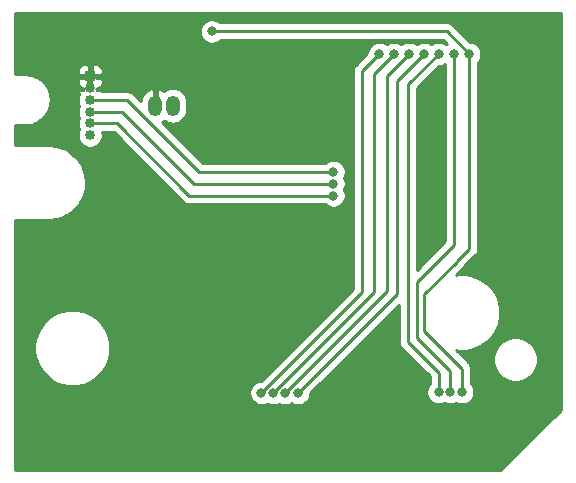
<source format=gbr>
G04 #@! TF.GenerationSoftware,KiCad,Pcbnew,5.1.8*
G04 #@! TF.CreationDate,2020-11-29T11:20:09+01:00*
G04 #@! TF.ProjectId,mssculpt,6d737363-756c-4707-942e-6b696361645f,rev?*
G04 #@! TF.SameCoordinates,Original*
G04 #@! TF.FileFunction,Copper,L2,Bot*
G04 #@! TF.FilePolarity,Positive*
%FSLAX46Y46*%
G04 Gerber Fmt 4.6, Leading zero omitted, Abs format (unit mm)*
G04 Created by KiCad (PCBNEW 5.1.8) date 2020-11-29 11:20:09*
%MOMM*%
%LPD*%
G01*
G04 APERTURE LIST*
G04 #@! TA.AperFunction,ComponentPad*
%ADD10O,1.200000X1.750000*%
G04 #@! TD*
G04 #@! TA.AperFunction,ComponentPad*
%ADD11R,0.850000X0.850000*%
G04 #@! TD*
G04 #@! TA.AperFunction,ComponentPad*
%ADD12O,0.850000X0.850000*%
G04 #@! TD*
G04 #@! TA.AperFunction,ViaPad*
%ADD13C,0.800000*%
G04 #@! TD*
G04 #@! TA.AperFunction,Conductor*
%ADD14C,0.500000*%
G04 #@! TD*
G04 #@! TA.AperFunction,Conductor*
%ADD15C,0.250000*%
G04 #@! TD*
G04 #@! TA.AperFunction,Conductor*
%ADD16C,0.254000*%
G04 #@! TD*
G04 #@! TA.AperFunction,Conductor*
%ADD17C,0.100000*%
G04 #@! TD*
G04 APERTURE END LIST*
D10*
X162500000Y-88500000D03*
X164000000Y-88500000D03*
D11*
X157000000Y-86000000D03*
D12*
X157000000Y-87000000D03*
X157000000Y-88000000D03*
X157000000Y-89000000D03*
X157000000Y-90000000D03*
X157000000Y-91000000D03*
D13*
X152000000Y-82000000D03*
X154000000Y-82000000D03*
X156000000Y-82000000D03*
X158000000Y-82000000D03*
X160000000Y-82000000D03*
X162000000Y-82000000D03*
X164000000Y-82000000D03*
X152000000Y-84000000D03*
X154000000Y-84000000D03*
X160000000Y-84000000D03*
X162000000Y-84000000D03*
X164000000Y-84000000D03*
X154000000Y-86000000D03*
X154000000Y-88000000D03*
X154000000Y-90000000D03*
X152000000Y-99000000D03*
X154000000Y-99000000D03*
X154000000Y-101000000D03*
X152000000Y-101000000D03*
X152000000Y-103000000D03*
X154000000Y-103000000D03*
X154000000Y-105000000D03*
X152000000Y-105000000D03*
X152000000Y-107000000D03*
X156000000Y-105000000D03*
X156000000Y-103000000D03*
X156000000Y-101000000D03*
X156000000Y-99000000D03*
X158000000Y-99000000D03*
X158000000Y-101000000D03*
X158000000Y-103000000D03*
X158000000Y-105000000D03*
X158000000Y-97000000D03*
X158000000Y-95000000D03*
X158000000Y-93000000D03*
X160000000Y-93000000D03*
X160000000Y-95000000D03*
X160000000Y-97000000D03*
X160000000Y-99000000D03*
X160000000Y-101000000D03*
X160000000Y-103000000D03*
X160000000Y-105000000D03*
X160000000Y-107000000D03*
X160000000Y-109000000D03*
X160000000Y-111000000D03*
X152000000Y-109000000D03*
X152000000Y-111000000D03*
X152000000Y-113000000D03*
X154000000Y-113000000D03*
X156000000Y-113000000D03*
X158000000Y-113000000D03*
X152000000Y-115000000D03*
X152000000Y-117000000D03*
X154000000Y-117000000D03*
X154000000Y-115000000D03*
X174000000Y-103000000D03*
X172000000Y-103000000D03*
X172000000Y-105000000D03*
X174000000Y-105000000D03*
X174000000Y-107000000D03*
X172000000Y-107000000D03*
X172000000Y-109000000D03*
X172000000Y-99000000D03*
X174000000Y-99000000D03*
X196500000Y-102000000D03*
X195000000Y-102000000D03*
X195000000Y-104000000D03*
X196500000Y-104000000D03*
X196500000Y-106000000D03*
X195000000Y-106000000D03*
X196500000Y-108000000D03*
X196500000Y-110000000D03*
X196500000Y-112000000D03*
X195000000Y-114000000D03*
X193000000Y-114000000D03*
X191000000Y-114000000D03*
X193000000Y-102000000D03*
X193000000Y-104000000D03*
X193000000Y-106000000D03*
X196000000Y-85000000D03*
X194000000Y-85000000D03*
X192000000Y-85000000D03*
X192000000Y-87000000D03*
X194000000Y-87000000D03*
X196000000Y-87000000D03*
X196000000Y-89000000D03*
X194000000Y-89000000D03*
X192000000Y-89000000D03*
X192000000Y-91000000D03*
X194000000Y-91000000D03*
X196000000Y-91000000D03*
X196000000Y-93000000D03*
X194000000Y-93000000D03*
X192000000Y-93000000D03*
X192000000Y-95000000D03*
X194000000Y-95000000D03*
X196000000Y-95000000D03*
X196000000Y-97000000D03*
X194000000Y-97000000D03*
X192000000Y-97000000D03*
X186000000Y-88000000D03*
X186000000Y-90000000D03*
X186000000Y-92000000D03*
X178000000Y-85000000D03*
X178000000Y-87000000D03*
X178000000Y-89000000D03*
X178000000Y-91000000D03*
X168000000Y-87000000D03*
X170000000Y-87000000D03*
X168000000Y-89000000D03*
X172000000Y-101000000D03*
X174000000Y-101000000D03*
X172000000Y-111000000D03*
X174000000Y-109000000D03*
X171500000Y-112800000D03*
X181500000Y-84100000D03*
X182700000Y-84100000D03*
X172512660Y-112812660D03*
X184000000Y-84100000D03*
X173519035Y-112806285D03*
X185300000Y-84100000D03*
X174612660Y-112812660D03*
X186500000Y-112750000D03*
X186500000Y-84100000D03*
X187500000Y-112750000D03*
X187800000Y-84100000D03*
X188500000Y-112750000D03*
X189100000Y-84100000D03*
X167300000Y-82200000D03*
X177600000Y-94100000D03*
X177600000Y-95100000D03*
X177600000Y-96100000D03*
D14*
X157000000Y-86000000D02*
X157000000Y-87000000D01*
D15*
X180000000Y-85600000D02*
X181500000Y-84100000D01*
X180000000Y-104300000D02*
X180000000Y-85600000D01*
X171500000Y-112800000D02*
X180000000Y-104300000D01*
X181000000Y-104300000D02*
X172512660Y-112787340D01*
X172512660Y-112787340D02*
X172512660Y-112812660D01*
X181000000Y-85800000D02*
X181000000Y-104300000D01*
X182700000Y-84100000D02*
X181000000Y-85800000D01*
X182100000Y-86000000D02*
X182100000Y-104225320D01*
X184000000Y-84100000D02*
X182100000Y-86000000D01*
X182100000Y-104225320D02*
X173519035Y-112806285D01*
X183000000Y-104425320D02*
X174612660Y-112812660D01*
X183000000Y-86400000D02*
X183000000Y-104425320D01*
X185300000Y-84100000D02*
X183000000Y-86400000D01*
X183900000Y-86700000D02*
X186500000Y-84100000D01*
X183900000Y-108500000D02*
X183900000Y-86700000D01*
X186500000Y-111100000D02*
X183900000Y-108500000D01*
X186500000Y-112750000D02*
X186500000Y-111100000D01*
X184700000Y-103400000D02*
X187800000Y-100300000D01*
X187500000Y-111000000D02*
X184700000Y-108200000D01*
X187500000Y-112750000D02*
X187500000Y-111000000D01*
X187800000Y-100300000D02*
X187800000Y-84100000D01*
X184700000Y-108200000D02*
X184700000Y-103400000D01*
X185274999Y-104451999D02*
X188026998Y-101700000D01*
X185274999Y-107548001D02*
X185274999Y-104451999D01*
X188500000Y-110773002D02*
X185274999Y-107548001D01*
X188500000Y-112750000D02*
X188500000Y-110773002D01*
X188026998Y-101700000D02*
X188026998Y-101673002D01*
X189100000Y-100600000D02*
X189100000Y-84100000D01*
X188026998Y-101673002D02*
X189100000Y-100600000D01*
X187200000Y-82200000D02*
X189100000Y-84100000D01*
X167300000Y-82200000D02*
X187200000Y-82200000D01*
X166218205Y-94100000D02*
X177600000Y-94100000D01*
X160118205Y-88000000D02*
X166218205Y-94100000D01*
X157000000Y-88000000D02*
X160118205Y-88000000D01*
X165800000Y-95100000D02*
X177600000Y-95100000D01*
X159700000Y-89000000D02*
X165800000Y-95100000D01*
X157000000Y-89000000D02*
X159700000Y-89000000D01*
X165400000Y-96100000D02*
X177600000Y-96100000D01*
X159300000Y-90000000D02*
X165400000Y-96100000D01*
X157000000Y-90000000D02*
X159300000Y-90000000D01*
D16*
X196840001Y-99967572D02*
X196840000Y-99967582D01*
X196840001Y-114226618D01*
X191726620Y-119340000D01*
X150660000Y-119340000D01*
X150660000Y-108682168D01*
X152273000Y-108682168D01*
X152273000Y-109317832D01*
X152397012Y-109941281D01*
X152640270Y-110528558D01*
X152993425Y-111057093D01*
X153442907Y-111506575D01*
X153971442Y-111859730D01*
X154558719Y-112102988D01*
X155182168Y-112227000D01*
X155817832Y-112227000D01*
X156441281Y-112102988D01*
X157028558Y-111859730D01*
X157557093Y-111506575D01*
X158006575Y-111057093D01*
X158359730Y-110528558D01*
X158602988Y-109941281D01*
X158727000Y-109317832D01*
X158727000Y-108682168D01*
X158602988Y-108058719D01*
X158359730Y-107471442D01*
X158006575Y-106942907D01*
X157557093Y-106493425D01*
X157028558Y-106140270D01*
X156441281Y-105897012D01*
X155817832Y-105773000D01*
X155182168Y-105773000D01*
X154558719Y-105897012D01*
X153971442Y-106140270D01*
X153442907Y-106493425D01*
X152993425Y-106942907D01*
X152640270Y-107471442D01*
X152397012Y-108058719D01*
X152273000Y-108682168D01*
X150660000Y-108682168D01*
X150660000Y-98160000D01*
X153532419Y-98160000D01*
X153534718Y-98159774D01*
X153539519Y-98159740D01*
X153569333Y-98156606D01*
X153599309Y-98156606D01*
X153608474Y-98155643D01*
X154093348Y-98101256D01*
X154151863Y-98088818D01*
X154210540Y-98077200D01*
X154219343Y-98074475D01*
X154684419Y-97926944D01*
X154739391Y-97903383D01*
X154794706Y-97880584D01*
X154802812Y-97876201D01*
X155230374Y-97641147D01*
X155279736Y-97607348D01*
X155329558Y-97574247D01*
X155336658Y-97568373D01*
X155710423Y-97254747D01*
X155752286Y-97211997D01*
X155794721Y-97169858D01*
X155800545Y-97162717D01*
X156106274Y-96782467D01*
X156139034Y-96732404D01*
X156172479Y-96682820D01*
X156176805Y-96674683D01*
X156402854Y-96242291D01*
X156425250Y-96186859D01*
X156448444Y-96131683D01*
X156451107Y-96122861D01*
X156588865Y-95654798D01*
X156600066Y-95596079D01*
X156612103Y-95537442D01*
X156613002Y-95528271D01*
X156657223Y-95042365D01*
X156656805Y-94982547D01*
X156657223Y-94922730D01*
X156656323Y-94913558D01*
X156605322Y-94428316D01*
X156593302Y-94369760D01*
X156582086Y-94310959D01*
X156579422Y-94302138D01*
X156435142Y-93836044D01*
X156411954Y-93780881D01*
X156389552Y-93725435D01*
X156385226Y-93717299D01*
X156153162Y-93288106D01*
X156119729Y-93238539D01*
X156086958Y-93188460D01*
X156081134Y-93181319D01*
X155770125Y-92805374D01*
X155727708Y-92763252D01*
X155685826Y-92720483D01*
X155678725Y-92714610D01*
X155300618Y-92406233D01*
X155250809Y-92373141D01*
X155201437Y-92339334D01*
X155193331Y-92334952D01*
X154762527Y-92105890D01*
X154707233Y-92083099D01*
X154652240Y-92059529D01*
X154643437Y-92056804D01*
X154176347Y-91915781D01*
X154117653Y-91904159D01*
X154059156Y-91891725D01*
X154049991Y-91890762D01*
X153564405Y-91843150D01*
X153564402Y-91843150D01*
X153532419Y-91840000D01*
X150660000Y-91840000D01*
X150660000Y-90160000D01*
X151532419Y-90160000D01*
X151565884Y-90156704D01*
X151585349Y-90156704D01*
X151594514Y-90155741D01*
X151885438Y-90123108D01*
X151943941Y-90110672D01*
X152002629Y-90099052D01*
X152011432Y-90096327D01*
X152290476Y-90007809D01*
X152345412Y-89984263D01*
X152400764Y-89961449D01*
X152408870Y-89957065D01*
X152665408Y-89816032D01*
X152714753Y-89782245D01*
X152764591Y-89749133D01*
X152771691Y-89743259D01*
X152995949Y-89555084D01*
X153037793Y-89512354D01*
X153080248Y-89470195D01*
X153086072Y-89463053D01*
X153269509Y-89234903D01*
X153302251Y-89184869D01*
X153335714Y-89135258D01*
X153340040Y-89127122D01*
X153475670Y-88867687D01*
X153498082Y-88812215D01*
X153521260Y-88757077D01*
X153523923Y-88748255D01*
X153606578Y-88467417D01*
X153617785Y-88408669D01*
X153629816Y-88350059D01*
X153630715Y-88340888D01*
X153657247Y-88049344D01*
X153656829Y-87989528D01*
X153657247Y-87929712D01*
X153656348Y-87920541D01*
X153625748Y-87629395D01*
X153613710Y-87570753D01*
X153602510Y-87512037D01*
X153599847Y-87503216D01*
X153513279Y-87223560D01*
X153490101Y-87168422D01*
X153467689Y-87112950D01*
X153463362Y-87104814D01*
X153324123Y-86847298D01*
X153290701Y-86797749D01*
X153257920Y-86747653D01*
X153252095Y-86740512D01*
X153065490Y-86514945D01*
X153023054Y-86472804D01*
X152981191Y-86430055D01*
X152975081Y-86425000D01*
X155936928Y-86425000D01*
X155949188Y-86549482D01*
X155985498Y-86669180D01*
X155990168Y-86677917D01*
X155980460Y-86709938D01*
X156107743Y-86873000D01*
X156121201Y-86873000D01*
X156123815Y-86876185D01*
X156220506Y-86955537D01*
X156330820Y-87014502D01*
X156450518Y-87050812D01*
X156507969Y-87056470D01*
X156497902Y-87060640D01*
X156398587Y-87127000D01*
X156107743Y-87127000D01*
X155980460Y-87290062D01*
X155991128Y-87325250D01*
X156063994Y-87492882D01*
X156060640Y-87497902D01*
X155980735Y-87690809D01*
X155940000Y-87895599D01*
X155940000Y-88104401D01*
X155980735Y-88309191D01*
X156059771Y-88500000D01*
X155980735Y-88690809D01*
X155940000Y-88895599D01*
X155940000Y-89104401D01*
X155980735Y-89309191D01*
X156059771Y-89500000D01*
X155980735Y-89690809D01*
X155940000Y-89895599D01*
X155940000Y-90104401D01*
X155980735Y-90309191D01*
X156059771Y-90500000D01*
X155980735Y-90690809D01*
X155940000Y-90895599D01*
X155940000Y-91104401D01*
X155980735Y-91309191D01*
X156060640Y-91502098D01*
X156176644Y-91675711D01*
X156324289Y-91823356D01*
X156497902Y-91939360D01*
X156690809Y-92019265D01*
X156895599Y-92060000D01*
X157104401Y-92060000D01*
X157309191Y-92019265D01*
X157502098Y-91939360D01*
X157675711Y-91823356D01*
X157823356Y-91675711D01*
X157939360Y-91502098D01*
X158019265Y-91309191D01*
X158060000Y-91104401D01*
X158060000Y-90895599D01*
X158033028Y-90760000D01*
X158985199Y-90760000D01*
X164836201Y-96611003D01*
X164859999Y-96640001D01*
X164975724Y-96734974D01*
X165107753Y-96805546D01*
X165251014Y-96849003D01*
X165362667Y-96860000D01*
X165362675Y-96860000D01*
X165400000Y-96863676D01*
X165437325Y-96860000D01*
X176896289Y-96860000D01*
X176940226Y-96903937D01*
X177109744Y-97017205D01*
X177298102Y-97095226D01*
X177498061Y-97135000D01*
X177701939Y-97135000D01*
X177901898Y-97095226D01*
X178090256Y-97017205D01*
X178259774Y-96903937D01*
X178403937Y-96759774D01*
X178517205Y-96590256D01*
X178595226Y-96401898D01*
X178635000Y-96201939D01*
X178635000Y-95998061D01*
X178595226Y-95798102D01*
X178517205Y-95609744D01*
X178510694Y-95600000D01*
X178517205Y-95590256D01*
X178595226Y-95401898D01*
X178635000Y-95201939D01*
X178635000Y-94998061D01*
X178595226Y-94798102D01*
X178517205Y-94609744D01*
X178510694Y-94600000D01*
X178517205Y-94590256D01*
X178595226Y-94401898D01*
X178635000Y-94201939D01*
X178635000Y-93998061D01*
X178595226Y-93798102D01*
X178517205Y-93609744D01*
X178403937Y-93440226D01*
X178259774Y-93296063D01*
X178090256Y-93182795D01*
X177901898Y-93104774D01*
X177701939Y-93065000D01*
X177498061Y-93065000D01*
X177298102Y-93104774D01*
X177109744Y-93182795D01*
X176940226Y-93296063D01*
X176896289Y-93340000D01*
X166533007Y-93340000D01*
X163069814Y-89876807D01*
X163080533Y-89872421D01*
X163252089Y-89758854D01*
X163310552Y-89806833D01*
X163525100Y-89921511D01*
X163757899Y-89992130D01*
X164000000Y-90015975D01*
X164242102Y-89992130D01*
X164474901Y-89921511D01*
X164689449Y-89806833D01*
X164877502Y-89652502D01*
X165031833Y-89464449D01*
X165146511Y-89249900D01*
X165217130Y-89017101D01*
X165235000Y-88835664D01*
X165235000Y-88164335D01*
X165217130Y-87982898D01*
X165146511Y-87750099D01*
X165031833Y-87535551D01*
X164877502Y-87347498D01*
X164689448Y-87193167D01*
X164474900Y-87078489D01*
X164242101Y-87007870D01*
X164000000Y-86984025D01*
X163757898Y-87007870D01*
X163525099Y-87078489D01*
X163310551Y-87193167D01*
X163252089Y-87241146D01*
X163080533Y-87127579D01*
X162855282Y-87035409D01*
X162817609Y-87031538D01*
X162627000Y-87156269D01*
X162627000Y-88373000D01*
X162647000Y-88373000D01*
X162647000Y-88627000D01*
X162627000Y-88627000D01*
X162627000Y-88647000D01*
X162373000Y-88647000D01*
X162373000Y-88627000D01*
X162353000Y-88627000D01*
X162353000Y-88373000D01*
X162373000Y-88373000D01*
X162373000Y-87156269D01*
X162182391Y-87031538D01*
X162144718Y-87035409D01*
X161919467Y-87127579D01*
X161716526Y-87261922D01*
X161543693Y-87433275D01*
X161407610Y-87635054D01*
X161313507Y-87859504D01*
X161269395Y-88076389D01*
X160682009Y-87489003D01*
X160658206Y-87459999D01*
X160542481Y-87365026D01*
X160410452Y-87294454D01*
X160267191Y-87250997D01*
X160155538Y-87240000D01*
X160155527Y-87240000D01*
X160118205Y-87236324D01*
X160080883Y-87240000D01*
X157980463Y-87240000D01*
X157892257Y-87127000D01*
X157601413Y-87127000D01*
X157502098Y-87060640D01*
X157492031Y-87056470D01*
X157549482Y-87050812D01*
X157669180Y-87014502D01*
X157779494Y-86955537D01*
X157876185Y-86876185D01*
X157878799Y-86873000D01*
X157892257Y-86873000D01*
X158019540Y-86709938D01*
X158009832Y-86677917D01*
X158014502Y-86669180D01*
X158050812Y-86549482D01*
X158063072Y-86425000D01*
X158060000Y-86285750D01*
X157901250Y-86127000D01*
X157592768Y-86127000D01*
X157483394Y-86056632D01*
X157290064Y-85980453D01*
X157127000Y-86106379D01*
X157127000Y-86147000D01*
X156873000Y-86147000D01*
X156873000Y-86106379D01*
X156709936Y-85980453D01*
X156516606Y-86056632D01*
X156407232Y-86127000D01*
X156098750Y-86127000D01*
X155940000Y-86285750D01*
X155936928Y-86425000D01*
X152975081Y-86425000D01*
X152974091Y-86424181D01*
X152747227Y-86239155D01*
X152697408Y-86206055D01*
X152648045Y-86172256D01*
X152639939Y-86167873D01*
X152381458Y-86030436D01*
X152326164Y-86007645D01*
X152271171Y-85984075D01*
X152262368Y-85981350D01*
X151982114Y-85896736D01*
X151923429Y-85885116D01*
X151864921Y-85872680D01*
X151855758Y-85871717D01*
X151855756Y-85871717D01*
X151564404Y-85843150D01*
X151564402Y-85843150D01*
X151532419Y-85840000D01*
X150660000Y-85840000D01*
X150660000Y-85575000D01*
X155936928Y-85575000D01*
X155940000Y-85714250D01*
X156098750Y-85873000D01*
X156873000Y-85873000D01*
X156873000Y-85098750D01*
X157127000Y-85098750D01*
X157127000Y-85873000D01*
X157901250Y-85873000D01*
X158060000Y-85714250D01*
X158063072Y-85575000D01*
X158050812Y-85450518D01*
X158014502Y-85330820D01*
X157955537Y-85220506D01*
X157876185Y-85123815D01*
X157779494Y-85044463D01*
X157669180Y-84985498D01*
X157549482Y-84949188D01*
X157425000Y-84936928D01*
X157285750Y-84940000D01*
X157127000Y-85098750D01*
X156873000Y-85098750D01*
X156714250Y-84940000D01*
X156575000Y-84936928D01*
X156450518Y-84949188D01*
X156330820Y-84985498D01*
X156220506Y-85044463D01*
X156123815Y-85123815D01*
X156044463Y-85220506D01*
X155985498Y-85330820D01*
X155949188Y-85450518D01*
X155936928Y-85575000D01*
X150660000Y-85575000D01*
X150660000Y-82098061D01*
X166265000Y-82098061D01*
X166265000Y-82301939D01*
X166304774Y-82501898D01*
X166382795Y-82690256D01*
X166496063Y-82859774D01*
X166640226Y-83003937D01*
X166809744Y-83117205D01*
X166998102Y-83195226D01*
X167198061Y-83235000D01*
X167401939Y-83235000D01*
X167601898Y-83195226D01*
X167790256Y-83117205D01*
X167959774Y-83003937D01*
X168003711Y-82960000D01*
X186885199Y-82960000D01*
X187188803Y-83263605D01*
X187150000Y-83289532D01*
X186990256Y-83182795D01*
X186801898Y-83104774D01*
X186601939Y-83065000D01*
X186398061Y-83065000D01*
X186198102Y-83104774D01*
X186009744Y-83182795D01*
X185900000Y-83256123D01*
X185790256Y-83182795D01*
X185601898Y-83104774D01*
X185401939Y-83065000D01*
X185198061Y-83065000D01*
X184998102Y-83104774D01*
X184809744Y-83182795D01*
X184650000Y-83289532D01*
X184490256Y-83182795D01*
X184301898Y-83104774D01*
X184101939Y-83065000D01*
X183898061Y-83065000D01*
X183698102Y-83104774D01*
X183509744Y-83182795D01*
X183350000Y-83289532D01*
X183190256Y-83182795D01*
X183001898Y-83104774D01*
X182801939Y-83065000D01*
X182598061Y-83065000D01*
X182398102Y-83104774D01*
X182209744Y-83182795D01*
X182100000Y-83256123D01*
X181990256Y-83182795D01*
X181801898Y-83104774D01*
X181601939Y-83065000D01*
X181398061Y-83065000D01*
X181198102Y-83104774D01*
X181009744Y-83182795D01*
X180840226Y-83296063D01*
X180696063Y-83440226D01*
X180582795Y-83609744D01*
X180504774Y-83798102D01*
X180465000Y-83998061D01*
X180465000Y-84060198D01*
X179488998Y-85036201D01*
X179460000Y-85059999D01*
X179436202Y-85088997D01*
X179436201Y-85088998D01*
X179365026Y-85175724D01*
X179294454Y-85307754D01*
X179273836Y-85375725D01*
X179251149Y-85450518D01*
X179250998Y-85451015D01*
X179236324Y-85600000D01*
X179240001Y-85637333D01*
X179240000Y-103985198D01*
X171460199Y-111765000D01*
X171398061Y-111765000D01*
X171198102Y-111804774D01*
X171009744Y-111882795D01*
X170840226Y-111996063D01*
X170696063Y-112140226D01*
X170582795Y-112309744D01*
X170504774Y-112498102D01*
X170465000Y-112698061D01*
X170465000Y-112901939D01*
X170504774Y-113101898D01*
X170582795Y-113290256D01*
X170696063Y-113459774D01*
X170840226Y-113603937D01*
X171009744Y-113717205D01*
X171198102Y-113795226D01*
X171398061Y-113835000D01*
X171601939Y-113835000D01*
X171801898Y-113795226D01*
X171990256Y-113717205D01*
X171996856Y-113712795D01*
X172022404Y-113729865D01*
X172210762Y-113807886D01*
X172410721Y-113847660D01*
X172614599Y-113847660D01*
X172814558Y-113807886D01*
X173002916Y-113729865D01*
X173020618Y-113718037D01*
X173028779Y-113723490D01*
X173217137Y-113801511D01*
X173417096Y-113841285D01*
X173620974Y-113841285D01*
X173820933Y-113801511D01*
X174009291Y-113723490D01*
X174061077Y-113688888D01*
X174122404Y-113729865D01*
X174310762Y-113807886D01*
X174510721Y-113847660D01*
X174714599Y-113847660D01*
X174914558Y-113807886D01*
X175102916Y-113729865D01*
X175272434Y-113616597D01*
X175416597Y-113472434D01*
X175529865Y-113302916D01*
X175607886Y-113114558D01*
X175647660Y-112914599D01*
X175647660Y-112852461D01*
X183140000Y-105360122D01*
X183140000Y-108462678D01*
X183136324Y-108500000D01*
X183140000Y-108537322D01*
X183140000Y-108537332D01*
X183150997Y-108648985D01*
X183178606Y-108740001D01*
X183194454Y-108792246D01*
X183265026Y-108924276D01*
X183297362Y-108963677D01*
X183359999Y-109040001D01*
X183389003Y-109063804D01*
X185740001Y-111414803D01*
X185740000Y-112046289D01*
X185696063Y-112090226D01*
X185582795Y-112259744D01*
X185504774Y-112448102D01*
X185465000Y-112648061D01*
X185465000Y-112851939D01*
X185504774Y-113051898D01*
X185582795Y-113240256D01*
X185696063Y-113409774D01*
X185840226Y-113553937D01*
X186009744Y-113667205D01*
X186198102Y-113745226D01*
X186398061Y-113785000D01*
X186601939Y-113785000D01*
X186801898Y-113745226D01*
X186990256Y-113667205D01*
X187000000Y-113660694D01*
X187009744Y-113667205D01*
X187198102Y-113745226D01*
X187398061Y-113785000D01*
X187601939Y-113785000D01*
X187801898Y-113745226D01*
X187990256Y-113667205D01*
X188000000Y-113660694D01*
X188009744Y-113667205D01*
X188198102Y-113745226D01*
X188398061Y-113785000D01*
X188601939Y-113785000D01*
X188801898Y-113745226D01*
X188990256Y-113667205D01*
X189159774Y-113553937D01*
X189303937Y-113409774D01*
X189417205Y-113240256D01*
X189495226Y-113051898D01*
X189535000Y-112851939D01*
X189535000Y-112648061D01*
X189495226Y-112448102D01*
X189417205Y-112259744D01*
X189303937Y-112090226D01*
X189260000Y-112046289D01*
X189260000Y-110810324D01*
X189263676Y-110773001D01*
X189260000Y-110735678D01*
X189260000Y-110735669D01*
X189249003Y-110624016D01*
X189205546Y-110480755D01*
X189194452Y-110459999D01*
X189134974Y-110348725D01*
X189063799Y-110261999D01*
X189040001Y-110233001D01*
X189011003Y-110209203D01*
X188616144Y-109814344D01*
X191115000Y-109814344D01*
X191115000Y-110185656D01*
X191187439Y-110549834D01*
X191329534Y-110892882D01*
X191535825Y-111201618D01*
X191798382Y-111464175D01*
X192107118Y-111670466D01*
X192450166Y-111812561D01*
X192814344Y-111885000D01*
X193185656Y-111885000D01*
X193549834Y-111812561D01*
X193892882Y-111670466D01*
X194201618Y-111464175D01*
X194464175Y-111201618D01*
X194670466Y-110892882D01*
X194812561Y-110549834D01*
X194885000Y-110185656D01*
X194885000Y-109814344D01*
X194812561Y-109450166D01*
X194670466Y-109107118D01*
X194464175Y-108798382D01*
X194201618Y-108535825D01*
X193892882Y-108329534D01*
X193549834Y-108187439D01*
X193185656Y-108115000D01*
X192814344Y-108115000D01*
X192450166Y-108187439D01*
X192107118Y-108329534D01*
X191798382Y-108535825D01*
X191535825Y-108798382D01*
X191329534Y-109107118D01*
X191187439Y-109450166D01*
X191115000Y-109814344D01*
X188616144Y-109814344D01*
X187990718Y-109188918D01*
X188182168Y-109227000D01*
X188817832Y-109227000D01*
X189441281Y-109102988D01*
X190028558Y-108859730D01*
X190557093Y-108506575D01*
X191006575Y-108057093D01*
X191359730Y-107528558D01*
X191602988Y-106941281D01*
X191727000Y-106317832D01*
X191727000Y-105682168D01*
X191602988Y-105058719D01*
X191359730Y-104471442D01*
X191006575Y-103942907D01*
X190557093Y-103493425D01*
X190028558Y-103140270D01*
X189441281Y-102897012D01*
X188817832Y-102773000D01*
X188182168Y-102773000D01*
X187990718Y-102811082D01*
X188538002Y-102263798D01*
X188566999Y-102240001D01*
X188661972Y-102124276D01*
X188675117Y-102099684D01*
X189611004Y-101163798D01*
X189640001Y-101140001D01*
X189701531Y-101065027D01*
X189734974Y-101024277D01*
X189805546Y-100892247D01*
X189821394Y-100840001D01*
X189849003Y-100748986D01*
X189860000Y-100637333D01*
X189860000Y-100637323D01*
X189863676Y-100600000D01*
X189860000Y-100562678D01*
X189860000Y-84803711D01*
X189903937Y-84759774D01*
X190017205Y-84590256D01*
X190095226Y-84401898D01*
X190135000Y-84201939D01*
X190135000Y-83998061D01*
X190095226Y-83798102D01*
X190017205Y-83609744D01*
X189903937Y-83440226D01*
X189759774Y-83296063D01*
X189590256Y-83182795D01*
X189401898Y-83104774D01*
X189201939Y-83065000D01*
X189139802Y-83065000D01*
X187763804Y-81689003D01*
X187740001Y-81659999D01*
X187624276Y-81565026D01*
X187492247Y-81494454D01*
X187348986Y-81450997D01*
X187237333Y-81440000D01*
X187237322Y-81440000D01*
X187200000Y-81436324D01*
X187162678Y-81440000D01*
X168003711Y-81440000D01*
X167959774Y-81396063D01*
X167790256Y-81282795D01*
X167601898Y-81204774D01*
X167401939Y-81165000D01*
X167198061Y-81165000D01*
X166998102Y-81204774D01*
X166809744Y-81282795D01*
X166640226Y-81396063D01*
X166496063Y-81540226D01*
X166382795Y-81709744D01*
X166304774Y-81898102D01*
X166265000Y-82098061D01*
X150660000Y-82098061D01*
X150660000Y-80660000D01*
X196840000Y-80660000D01*
X196840001Y-99967572D01*
G04 #@! TA.AperFunction,Conductor*
D17*
G36*
X196840001Y-99967572D02*
G01*
X196840000Y-99967582D01*
X196840001Y-114226618D01*
X191726620Y-119340000D01*
X150660000Y-119340000D01*
X150660000Y-108682168D01*
X152273000Y-108682168D01*
X152273000Y-109317832D01*
X152397012Y-109941281D01*
X152640270Y-110528558D01*
X152993425Y-111057093D01*
X153442907Y-111506575D01*
X153971442Y-111859730D01*
X154558719Y-112102988D01*
X155182168Y-112227000D01*
X155817832Y-112227000D01*
X156441281Y-112102988D01*
X157028558Y-111859730D01*
X157557093Y-111506575D01*
X158006575Y-111057093D01*
X158359730Y-110528558D01*
X158602988Y-109941281D01*
X158727000Y-109317832D01*
X158727000Y-108682168D01*
X158602988Y-108058719D01*
X158359730Y-107471442D01*
X158006575Y-106942907D01*
X157557093Y-106493425D01*
X157028558Y-106140270D01*
X156441281Y-105897012D01*
X155817832Y-105773000D01*
X155182168Y-105773000D01*
X154558719Y-105897012D01*
X153971442Y-106140270D01*
X153442907Y-106493425D01*
X152993425Y-106942907D01*
X152640270Y-107471442D01*
X152397012Y-108058719D01*
X152273000Y-108682168D01*
X150660000Y-108682168D01*
X150660000Y-98160000D01*
X153532419Y-98160000D01*
X153534718Y-98159774D01*
X153539519Y-98159740D01*
X153569333Y-98156606D01*
X153599309Y-98156606D01*
X153608474Y-98155643D01*
X154093348Y-98101256D01*
X154151863Y-98088818D01*
X154210540Y-98077200D01*
X154219343Y-98074475D01*
X154684419Y-97926944D01*
X154739391Y-97903383D01*
X154794706Y-97880584D01*
X154802812Y-97876201D01*
X155230374Y-97641147D01*
X155279736Y-97607348D01*
X155329558Y-97574247D01*
X155336658Y-97568373D01*
X155710423Y-97254747D01*
X155752286Y-97211997D01*
X155794721Y-97169858D01*
X155800545Y-97162717D01*
X156106274Y-96782467D01*
X156139034Y-96732404D01*
X156172479Y-96682820D01*
X156176805Y-96674683D01*
X156402854Y-96242291D01*
X156425250Y-96186859D01*
X156448444Y-96131683D01*
X156451107Y-96122861D01*
X156588865Y-95654798D01*
X156600066Y-95596079D01*
X156612103Y-95537442D01*
X156613002Y-95528271D01*
X156657223Y-95042365D01*
X156656805Y-94982547D01*
X156657223Y-94922730D01*
X156656323Y-94913558D01*
X156605322Y-94428316D01*
X156593302Y-94369760D01*
X156582086Y-94310959D01*
X156579422Y-94302138D01*
X156435142Y-93836044D01*
X156411954Y-93780881D01*
X156389552Y-93725435D01*
X156385226Y-93717299D01*
X156153162Y-93288106D01*
X156119729Y-93238539D01*
X156086958Y-93188460D01*
X156081134Y-93181319D01*
X155770125Y-92805374D01*
X155727708Y-92763252D01*
X155685826Y-92720483D01*
X155678725Y-92714610D01*
X155300618Y-92406233D01*
X155250809Y-92373141D01*
X155201437Y-92339334D01*
X155193331Y-92334952D01*
X154762527Y-92105890D01*
X154707233Y-92083099D01*
X154652240Y-92059529D01*
X154643437Y-92056804D01*
X154176347Y-91915781D01*
X154117653Y-91904159D01*
X154059156Y-91891725D01*
X154049991Y-91890762D01*
X153564405Y-91843150D01*
X153564402Y-91843150D01*
X153532419Y-91840000D01*
X150660000Y-91840000D01*
X150660000Y-90160000D01*
X151532419Y-90160000D01*
X151565884Y-90156704D01*
X151585349Y-90156704D01*
X151594514Y-90155741D01*
X151885438Y-90123108D01*
X151943941Y-90110672D01*
X152002629Y-90099052D01*
X152011432Y-90096327D01*
X152290476Y-90007809D01*
X152345412Y-89984263D01*
X152400764Y-89961449D01*
X152408870Y-89957065D01*
X152665408Y-89816032D01*
X152714753Y-89782245D01*
X152764591Y-89749133D01*
X152771691Y-89743259D01*
X152995949Y-89555084D01*
X153037793Y-89512354D01*
X153080248Y-89470195D01*
X153086072Y-89463053D01*
X153269509Y-89234903D01*
X153302251Y-89184869D01*
X153335714Y-89135258D01*
X153340040Y-89127122D01*
X153475670Y-88867687D01*
X153498082Y-88812215D01*
X153521260Y-88757077D01*
X153523923Y-88748255D01*
X153606578Y-88467417D01*
X153617785Y-88408669D01*
X153629816Y-88350059D01*
X153630715Y-88340888D01*
X153657247Y-88049344D01*
X153656829Y-87989528D01*
X153657247Y-87929712D01*
X153656348Y-87920541D01*
X153625748Y-87629395D01*
X153613710Y-87570753D01*
X153602510Y-87512037D01*
X153599847Y-87503216D01*
X153513279Y-87223560D01*
X153490101Y-87168422D01*
X153467689Y-87112950D01*
X153463362Y-87104814D01*
X153324123Y-86847298D01*
X153290701Y-86797749D01*
X153257920Y-86747653D01*
X153252095Y-86740512D01*
X153065490Y-86514945D01*
X153023054Y-86472804D01*
X152981191Y-86430055D01*
X152975081Y-86425000D01*
X155936928Y-86425000D01*
X155949188Y-86549482D01*
X155985498Y-86669180D01*
X155990168Y-86677917D01*
X155980460Y-86709938D01*
X156107743Y-86873000D01*
X156121201Y-86873000D01*
X156123815Y-86876185D01*
X156220506Y-86955537D01*
X156330820Y-87014502D01*
X156450518Y-87050812D01*
X156507969Y-87056470D01*
X156497902Y-87060640D01*
X156398587Y-87127000D01*
X156107743Y-87127000D01*
X155980460Y-87290062D01*
X155991128Y-87325250D01*
X156063994Y-87492882D01*
X156060640Y-87497902D01*
X155980735Y-87690809D01*
X155940000Y-87895599D01*
X155940000Y-88104401D01*
X155980735Y-88309191D01*
X156059771Y-88500000D01*
X155980735Y-88690809D01*
X155940000Y-88895599D01*
X155940000Y-89104401D01*
X155980735Y-89309191D01*
X156059771Y-89500000D01*
X155980735Y-89690809D01*
X155940000Y-89895599D01*
X155940000Y-90104401D01*
X155980735Y-90309191D01*
X156059771Y-90500000D01*
X155980735Y-90690809D01*
X155940000Y-90895599D01*
X155940000Y-91104401D01*
X155980735Y-91309191D01*
X156060640Y-91502098D01*
X156176644Y-91675711D01*
X156324289Y-91823356D01*
X156497902Y-91939360D01*
X156690809Y-92019265D01*
X156895599Y-92060000D01*
X157104401Y-92060000D01*
X157309191Y-92019265D01*
X157502098Y-91939360D01*
X157675711Y-91823356D01*
X157823356Y-91675711D01*
X157939360Y-91502098D01*
X158019265Y-91309191D01*
X158060000Y-91104401D01*
X158060000Y-90895599D01*
X158033028Y-90760000D01*
X158985199Y-90760000D01*
X164836201Y-96611003D01*
X164859999Y-96640001D01*
X164975724Y-96734974D01*
X165107753Y-96805546D01*
X165251014Y-96849003D01*
X165362667Y-96860000D01*
X165362675Y-96860000D01*
X165400000Y-96863676D01*
X165437325Y-96860000D01*
X176896289Y-96860000D01*
X176940226Y-96903937D01*
X177109744Y-97017205D01*
X177298102Y-97095226D01*
X177498061Y-97135000D01*
X177701939Y-97135000D01*
X177901898Y-97095226D01*
X178090256Y-97017205D01*
X178259774Y-96903937D01*
X178403937Y-96759774D01*
X178517205Y-96590256D01*
X178595226Y-96401898D01*
X178635000Y-96201939D01*
X178635000Y-95998061D01*
X178595226Y-95798102D01*
X178517205Y-95609744D01*
X178510694Y-95600000D01*
X178517205Y-95590256D01*
X178595226Y-95401898D01*
X178635000Y-95201939D01*
X178635000Y-94998061D01*
X178595226Y-94798102D01*
X178517205Y-94609744D01*
X178510694Y-94600000D01*
X178517205Y-94590256D01*
X178595226Y-94401898D01*
X178635000Y-94201939D01*
X178635000Y-93998061D01*
X178595226Y-93798102D01*
X178517205Y-93609744D01*
X178403937Y-93440226D01*
X178259774Y-93296063D01*
X178090256Y-93182795D01*
X177901898Y-93104774D01*
X177701939Y-93065000D01*
X177498061Y-93065000D01*
X177298102Y-93104774D01*
X177109744Y-93182795D01*
X176940226Y-93296063D01*
X176896289Y-93340000D01*
X166533007Y-93340000D01*
X163069814Y-89876807D01*
X163080533Y-89872421D01*
X163252089Y-89758854D01*
X163310552Y-89806833D01*
X163525100Y-89921511D01*
X163757899Y-89992130D01*
X164000000Y-90015975D01*
X164242102Y-89992130D01*
X164474901Y-89921511D01*
X164689449Y-89806833D01*
X164877502Y-89652502D01*
X165031833Y-89464449D01*
X165146511Y-89249900D01*
X165217130Y-89017101D01*
X165235000Y-88835664D01*
X165235000Y-88164335D01*
X165217130Y-87982898D01*
X165146511Y-87750099D01*
X165031833Y-87535551D01*
X164877502Y-87347498D01*
X164689448Y-87193167D01*
X164474900Y-87078489D01*
X164242101Y-87007870D01*
X164000000Y-86984025D01*
X163757898Y-87007870D01*
X163525099Y-87078489D01*
X163310551Y-87193167D01*
X163252089Y-87241146D01*
X163080533Y-87127579D01*
X162855282Y-87035409D01*
X162817609Y-87031538D01*
X162627000Y-87156269D01*
X162627000Y-88373000D01*
X162647000Y-88373000D01*
X162647000Y-88627000D01*
X162627000Y-88627000D01*
X162627000Y-88647000D01*
X162373000Y-88647000D01*
X162373000Y-88627000D01*
X162353000Y-88627000D01*
X162353000Y-88373000D01*
X162373000Y-88373000D01*
X162373000Y-87156269D01*
X162182391Y-87031538D01*
X162144718Y-87035409D01*
X161919467Y-87127579D01*
X161716526Y-87261922D01*
X161543693Y-87433275D01*
X161407610Y-87635054D01*
X161313507Y-87859504D01*
X161269395Y-88076389D01*
X160682009Y-87489003D01*
X160658206Y-87459999D01*
X160542481Y-87365026D01*
X160410452Y-87294454D01*
X160267191Y-87250997D01*
X160155538Y-87240000D01*
X160155527Y-87240000D01*
X160118205Y-87236324D01*
X160080883Y-87240000D01*
X157980463Y-87240000D01*
X157892257Y-87127000D01*
X157601413Y-87127000D01*
X157502098Y-87060640D01*
X157492031Y-87056470D01*
X157549482Y-87050812D01*
X157669180Y-87014502D01*
X157779494Y-86955537D01*
X157876185Y-86876185D01*
X157878799Y-86873000D01*
X157892257Y-86873000D01*
X158019540Y-86709938D01*
X158009832Y-86677917D01*
X158014502Y-86669180D01*
X158050812Y-86549482D01*
X158063072Y-86425000D01*
X158060000Y-86285750D01*
X157901250Y-86127000D01*
X157592768Y-86127000D01*
X157483394Y-86056632D01*
X157290064Y-85980453D01*
X157127000Y-86106379D01*
X157127000Y-86147000D01*
X156873000Y-86147000D01*
X156873000Y-86106379D01*
X156709936Y-85980453D01*
X156516606Y-86056632D01*
X156407232Y-86127000D01*
X156098750Y-86127000D01*
X155940000Y-86285750D01*
X155936928Y-86425000D01*
X152975081Y-86425000D01*
X152974091Y-86424181D01*
X152747227Y-86239155D01*
X152697408Y-86206055D01*
X152648045Y-86172256D01*
X152639939Y-86167873D01*
X152381458Y-86030436D01*
X152326164Y-86007645D01*
X152271171Y-85984075D01*
X152262368Y-85981350D01*
X151982114Y-85896736D01*
X151923429Y-85885116D01*
X151864921Y-85872680D01*
X151855758Y-85871717D01*
X151855756Y-85871717D01*
X151564404Y-85843150D01*
X151564402Y-85843150D01*
X151532419Y-85840000D01*
X150660000Y-85840000D01*
X150660000Y-85575000D01*
X155936928Y-85575000D01*
X155940000Y-85714250D01*
X156098750Y-85873000D01*
X156873000Y-85873000D01*
X156873000Y-85098750D01*
X157127000Y-85098750D01*
X157127000Y-85873000D01*
X157901250Y-85873000D01*
X158060000Y-85714250D01*
X158063072Y-85575000D01*
X158050812Y-85450518D01*
X158014502Y-85330820D01*
X157955537Y-85220506D01*
X157876185Y-85123815D01*
X157779494Y-85044463D01*
X157669180Y-84985498D01*
X157549482Y-84949188D01*
X157425000Y-84936928D01*
X157285750Y-84940000D01*
X157127000Y-85098750D01*
X156873000Y-85098750D01*
X156714250Y-84940000D01*
X156575000Y-84936928D01*
X156450518Y-84949188D01*
X156330820Y-84985498D01*
X156220506Y-85044463D01*
X156123815Y-85123815D01*
X156044463Y-85220506D01*
X155985498Y-85330820D01*
X155949188Y-85450518D01*
X155936928Y-85575000D01*
X150660000Y-85575000D01*
X150660000Y-82098061D01*
X166265000Y-82098061D01*
X166265000Y-82301939D01*
X166304774Y-82501898D01*
X166382795Y-82690256D01*
X166496063Y-82859774D01*
X166640226Y-83003937D01*
X166809744Y-83117205D01*
X166998102Y-83195226D01*
X167198061Y-83235000D01*
X167401939Y-83235000D01*
X167601898Y-83195226D01*
X167790256Y-83117205D01*
X167959774Y-83003937D01*
X168003711Y-82960000D01*
X186885199Y-82960000D01*
X187188803Y-83263605D01*
X187150000Y-83289532D01*
X186990256Y-83182795D01*
X186801898Y-83104774D01*
X186601939Y-83065000D01*
X186398061Y-83065000D01*
X186198102Y-83104774D01*
X186009744Y-83182795D01*
X185900000Y-83256123D01*
X185790256Y-83182795D01*
X185601898Y-83104774D01*
X185401939Y-83065000D01*
X185198061Y-83065000D01*
X184998102Y-83104774D01*
X184809744Y-83182795D01*
X184650000Y-83289532D01*
X184490256Y-83182795D01*
X184301898Y-83104774D01*
X184101939Y-83065000D01*
X183898061Y-83065000D01*
X183698102Y-83104774D01*
X183509744Y-83182795D01*
X183350000Y-83289532D01*
X183190256Y-83182795D01*
X183001898Y-83104774D01*
X182801939Y-83065000D01*
X182598061Y-83065000D01*
X182398102Y-83104774D01*
X182209744Y-83182795D01*
X182100000Y-83256123D01*
X181990256Y-83182795D01*
X181801898Y-83104774D01*
X181601939Y-83065000D01*
X181398061Y-83065000D01*
X181198102Y-83104774D01*
X181009744Y-83182795D01*
X180840226Y-83296063D01*
X180696063Y-83440226D01*
X180582795Y-83609744D01*
X180504774Y-83798102D01*
X180465000Y-83998061D01*
X180465000Y-84060198D01*
X179488998Y-85036201D01*
X179460000Y-85059999D01*
X179436202Y-85088997D01*
X179436201Y-85088998D01*
X179365026Y-85175724D01*
X179294454Y-85307754D01*
X179273836Y-85375725D01*
X179251149Y-85450518D01*
X179250998Y-85451015D01*
X179236324Y-85600000D01*
X179240001Y-85637333D01*
X179240000Y-103985198D01*
X171460199Y-111765000D01*
X171398061Y-111765000D01*
X171198102Y-111804774D01*
X171009744Y-111882795D01*
X170840226Y-111996063D01*
X170696063Y-112140226D01*
X170582795Y-112309744D01*
X170504774Y-112498102D01*
X170465000Y-112698061D01*
X170465000Y-112901939D01*
X170504774Y-113101898D01*
X170582795Y-113290256D01*
X170696063Y-113459774D01*
X170840226Y-113603937D01*
X171009744Y-113717205D01*
X171198102Y-113795226D01*
X171398061Y-113835000D01*
X171601939Y-113835000D01*
X171801898Y-113795226D01*
X171990256Y-113717205D01*
X171996856Y-113712795D01*
X172022404Y-113729865D01*
X172210762Y-113807886D01*
X172410721Y-113847660D01*
X172614599Y-113847660D01*
X172814558Y-113807886D01*
X173002916Y-113729865D01*
X173020618Y-113718037D01*
X173028779Y-113723490D01*
X173217137Y-113801511D01*
X173417096Y-113841285D01*
X173620974Y-113841285D01*
X173820933Y-113801511D01*
X174009291Y-113723490D01*
X174061077Y-113688888D01*
X174122404Y-113729865D01*
X174310762Y-113807886D01*
X174510721Y-113847660D01*
X174714599Y-113847660D01*
X174914558Y-113807886D01*
X175102916Y-113729865D01*
X175272434Y-113616597D01*
X175416597Y-113472434D01*
X175529865Y-113302916D01*
X175607886Y-113114558D01*
X175647660Y-112914599D01*
X175647660Y-112852461D01*
X183140000Y-105360122D01*
X183140000Y-108462678D01*
X183136324Y-108500000D01*
X183140000Y-108537322D01*
X183140000Y-108537332D01*
X183150997Y-108648985D01*
X183178606Y-108740001D01*
X183194454Y-108792246D01*
X183265026Y-108924276D01*
X183297362Y-108963677D01*
X183359999Y-109040001D01*
X183389003Y-109063804D01*
X185740001Y-111414803D01*
X185740000Y-112046289D01*
X185696063Y-112090226D01*
X185582795Y-112259744D01*
X185504774Y-112448102D01*
X185465000Y-112648061D01*
X185465000Y-112851939D01*
X185504774Y-113051898D01*
X185582795Y-113240256D01*
X185696063Y-113409774D01*
X185840226Y-113553937D01*
X186009744Y-113667205D01*
X186198102Y-113745226D01*
X186398061Y-113785000D01*
X186601939Y-113785000D01*
X186801898Y-113745226D01*
X186990256Y-113667205D01*
X187000000Y-113660694D01*
X187009744Y-113667205D01*
X187198102Y-113745226D01*
X187398061Y-113785000D01*
X187601939Y-113785000D01*
X187801898Y-113745226D01*
X187990256Y-113667205D01*
X188000000Y-113660694D01*
X188009744Y-113667205D01*
X188198102Y-113745226D01*
X188398061Y-113785000D01*
X188601939Y-113785000D01*
X188801898Y-113745226D01*
X188990256Y-113667205D01*
X189159774Y-113553937D01*
X189303937Y-113409774D01*
X189417205Y-113240256D01*
X189495226Y-113051898D01*
X189535000Y-112851939D01*
X189535000Y-112648061D01*
X189495226Y-112448102D01*
X189417205Y-112259744D01*
X189303937Y-112090226D01*
X189260000Y-112046289D01*
X189260000Y-110810324D01*
X189263676Y-110773001D01*
X189260000Y-110735678D01*
X189260000Y-110735669D01*
X189249003Y-110624016D01*
X189205546Y-110480755D01*
X189194452Y-110459999D01*
X189134974Y-110348725D01*
X189063799Y-110261999D01*
X189040001Y-110233001D01*
X189011003Y-110209203D01*
X188616144Y-109814344D01*
X191115000Y-109814344D01*
X191115000Y-110185656D01*
X191187439Y-110549834D01*
X191329534Y-110892882D01*
X191535825Y-111201618D01*
X191798382Y-111464175D01*
X192107118Y-111670466D01*
X192450166Y-111812561D01*
X192814344Y-111885000D01*
X193185656Y-111885000D01*
X193549834Y-111812561D01*
X193892882Y-111670466D01*
X194201618Y-111464175D01*
X194464175Y-111201618D01*
X194670466Y-110892882D01*
X194812561Y-110549834D01*
X194885000Y-110185656D01*
X194885000Y-109814344D01*
X194812561Y-109450166D01*
X194670466Y-109107118D01*
X194464175Y-108798382D01*
X194201618Y-108535825D01*
X193892882Y-108329534D01*
X193549834Y-108187439D01*
X193185656Y-108115000D01*
X192814344Y-108115000D01*
X192450166Y-108187439D01*
X192107118Y-108329534D01*
X191798382Y-108535825D01*
X191535825Y-108798382D01*
X191329534Y-109107118D01*
X191187439Y-109450166D01*
X191115000Y-109814344D01*
X188616144Y-109814344D01*
X187990718Y-109188918D01*
X188182168Y-109227000D01*
X188817832Y-109227000D01*
X189441281Y-109102988D01*
X190028558Y-108859730D01*
X190557093Y-108506575D01*
X191006575Y-108057093D01*
X191359730Y-107528558D01*
X191602988Y-106941281D01*
X191727000Y-106317832D01*
X191727000Y-105682168D01*
X191602988Y-105058719D01*
X191359730Y-104471442D01*
X191006575Y-103942907D01*
X190557093Y-103493425D01*
X190028558Y-103140270D01*
X189441281Y-102897012D01*
X188817832Y-102773000D01*
X188182168Y-102773000D01*
X187990718Y-102811082D01*
X188538002Y-102263798D01*
X188566999Y-102240001D01*
X188661972Y-102124276D01*
X188675117Y-102099684D01*
X189611004Y-101163798D01*
X189640001Y-101140001D01*
X189701531Y-101065027D01*
X189734974Y-101024277D01*
X189805546Y-100892247D01*
X189821394Y-100840001D01*
X189849003Y-100748986D01*
X189860000Y-100637333D01*
X189860000Y-100637323D01*
X189863676Y-100600000D01*
X189860000Y-100562678D01*
X189860000Y-84803711D01*
X189903937Y-84759774D01*
X190017205Y-84590256D01*
X190095226Y-84401898D01*
X190135000Y-84201939D01*
X190135000Y-83998061D01*
X190095226Y-83798102D01*
X190017205Y-83609744D01*
X189903937Y-83440226D01*
X189759774Y-83296063D01*
X189590256Y-83182795D01*
X189401898Y-83104774D01*
X189201939Y-83065000D01*
X189139802Y-83065000D01*
X187763804Y-81689003D01*
X187740001Y-81659999D01*
X187624276Y-81565026D01*
X187492247Y-81494454D01*
X187348986Y-81450997D01*
X187237333Y-81440000D01*
X187237322Y-81440000D01*
X187200000Y-81436324D01*
X187162678Y-81440000D01*
X168003711Y-81440000D01*
X167959774Y-81396063D01*
X167790256Y-81282795D01*
X167601898Y-81204774D01*
X167401939Y-81165000D01*
X167198061Y-81165000D01*
X166998102Y-81204774D01*
X166809744Y-81282795D01*
X166640226Y-81396063D01*
X166496063Y-81540226D01*
X166382795Y-81709744D01*
X166304774Y-81898102D01*
X166265000Y-82098061D01*
X150660000Y-82098061D01*
X150660000Y-80660000D01*
X196840000Y-80660000D01*
X196840001Y-99967572D01*
G37*
G04 #@! TD.AperFunction*
D16*
X187040000Y-99985198D02*
X184660000Y-102365199D01*
X184660000Y-87014801D01*
X186539802Y-85135000D01*
X186601939Y-85135000D01*
X186801898Y-85095226D01*
X186990256Y-85017205D01*
X187040001Y-84983967D01*
X187040000Y-99985198D01*
G04 #@! TA.AperFunction,Conductor*
D17*
G36*
X187040000Y-99985198D02*
G01*
X184660000Y-102365199D01*
X184660000Y-87014801D01*
X186539802Y-85135000D01*
X186601939Y-85135000D01*
X186801898Y-85095226D01*
X186990256Y-85017205D01*
X187040001Y-84983967D01*
X187040000Y-99985198D01*
G37*
G04 #@! TD.AperFunction*
M02*

</source>
